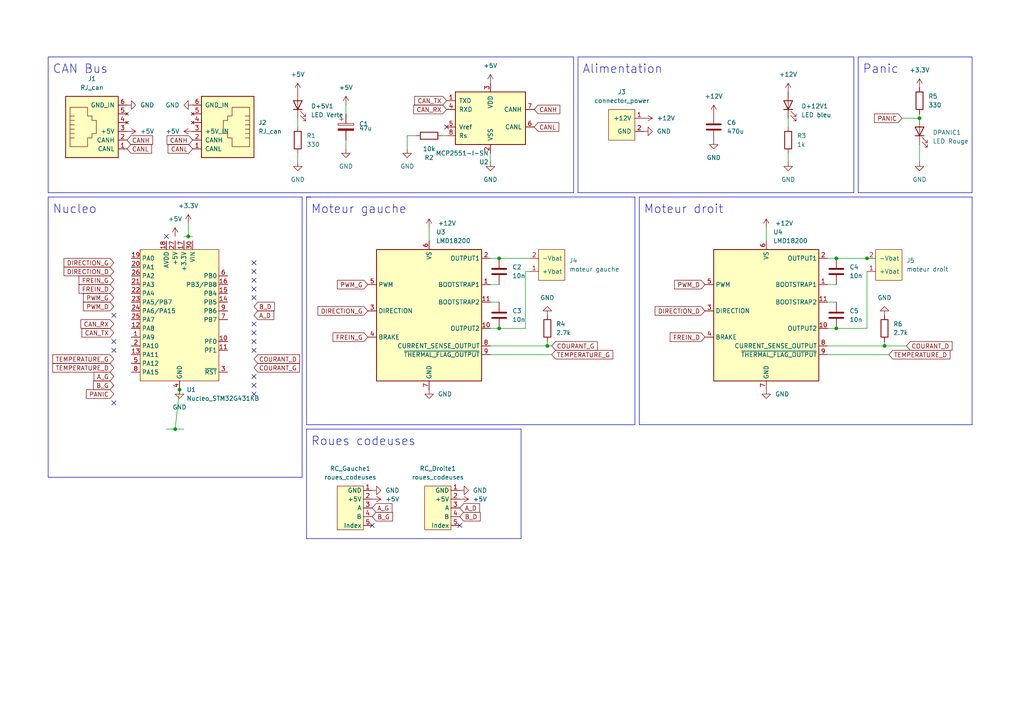
<source format=kicad_sch>
(kicad_sch (version 20230121) (generator eeschema)
  (paper "A4")
  (lib_symbols
    (symbol "Device:C" (pin_numbers hide) (pin_names (offset 0.254))
      (property "Reference" "C" (at 0.635 2.54 0))
      (property "Value" "C" (at 0.635 -2.54 0))
      (symbol "C_0_1"
        (polyline (pts (xy -2.032 -0.762) (xy 2.032 -0.762)) (stroke (width 0.508)))
        (polyline (pts (xy -2.032 0.762) (xy 2.032 0.762)) (stroke (width 0.508)))
      )
      (symbol "C_1_1"
        (pin passive line (at 0 3.81 270) (length 2.794) (name "~") (number "1"))
        (pin passive line (at 0 -3.81 90) (length 2.794) (name "~") (number "2"))
      )
    )
    (symbol "Device:C_Polarized" (pin_numbers hide) (pin_names (offset 0.254))
      (property "Reference" "C" (at 0.635 2.54 0))
      (property "Value" "C_Polarized" (at 0.635 -2.54 0))
      (symbol "C_Polarized_0_1"
        (rectangle (start -2.286 0.508) (end 2.286 1.016))
        (polyline (pts (xy -1.778 2.286) (xy -0.762 2.286)))
        (polyline (pts (xy -1.27 2.794) (xy -1.27 1.778)))
        (rectangle (start 2.286 -0.508) (end -2.286 -1.016) (fill (type outline)))
      )
      (symbol "C_Polarized_1_1"
        (pin passive line (at 0 3.81 270) (length 2.794) (name "~") (number "1"))
        (pin passive line (at 0 -3.81 90) (length 2.794) (name "~") (number "2"))
      )
    )
    (symbol "Device:LED" (pin_numbers hide) (pin_names (offset 1.016) hide)
      (property "Reference" "D" (at 0 2.54 0))
      (property "Value" "LED" (at 0 -2.54 0))
      (symbol "LED_0_1"
        (polyline (pts (xy -1.27 -1.27) (xy -1.27 1.27)) (stroke (width 0.254)))
        (polyline (pts (xy -1.27 0) (xy 1.27 0)))
        (polyline (pts (xy 1.27 -1.27) (xy 1.27 1.27) (xy -1.27 0) (xy 1.27 -1.27)) (stroke (width 0.254)))
        (polyline (pts (xy -3.048 -0.762) (xy -4.572 -2.286) (xy -3.81 -2.286) (xy -4.572 -2.286) (xy -4.572 -1.524)))
        (polyline (pts (xy -1.778 -0.762) (xy -3.302 -2.286) (xy -2.54 -2.286) (xy -3.302 -2.286) (xy -3.302 -1.524)))
      )
      (symbol "LED_1_1"
        (pin passive line (at -3.81 0 0) (length 2.54) (name "K") (number "1"))
        (pin passive line (at 3.81 0 180) (length 2.54) (name "A") (number "2"))
      )
    )
    (symbol "Device:R" (pin_numbers hide) (pin_names (offset 0))
      (property "Reference" "R" (at 2.032 0 90))
      (property "Value" "R" (at 0 0 90))
      (symbol "R_0_1"
        (rectangle (start -1.016 -2.54) (end 1.016 2.54) (stroke (width 0.254)))
      )
      (symbol "R_1_1"
        (pin passive line (at 0 3.81 270) (length 1.27) (name "~") (number "1"))
        (pin passive line (at 0 -3.81 90) (length 1.27) (name "~") (number "2"))
      )
    )
    (symbol "Driver_Motor:LMD18200"
      (property "Reference" "U" (at -12.7 19.05 0))
      (property "Value" "LMD18200" (at 15.24 19.05 0))
      (symbol "LMD18200_0_1"
        (rectangle (start -15.24 -20.32) (end 15.24 17.78) (stroke (width 0.254)) (fill (type background)))
      )
      (symbol "LMD18200_1_1"
        (pin passive line (at 17.78 7.62 180) (length 2.54) (name "BOOTSTRAP1") (number "1"))
        (pin output line (at 17.78 -5.08 180) (length 2.54) (name "OUTPUT2") (number "10"))
        (pin passive line (at 17.78 2.54 180) (length 2.54) (name "BOOTSTRAP2") (number "11"))
        (pin output line (at 17.78 15.24 180) (length 2.54) (name "OUTPUT1") (number "2"))
        (pin input line (at -17.78 0 0) (length 2.54) (name "DIRECTION") (number "3"))
        (pin input line (at -17.78 -7.62 0) (length 2.54) (name "BRAKE") (number "4"))
        (pin input line (at -17.78 7.62 0) (length 2.54) (name "PWM") (number "5"))
        (pin power_in line (at 0 20.32 270) (length 2.54) (name "VS") (number "6"))
        (pin power_in line (at 0 -22.86 90) (length 2.54) (name "GND") (number "7"))
        (pin output line (at 17.78 -10.16 180) (length 2.54) (name "CURRENT_SENSE_OUTPUT") (number "8"))
        (pin open_collector line (at 17.78 -12.7 180) (length 2.54) (name "~{THERMAL_FLAG_OUTPUT}") (number "9"))
      )
    )
    (symbol "Interface_CAN_LIN:MCP2551-I-SN" (pin_names (offset 1.016))
      (property "Reference" "U" (at -10.16 8.89 0))
      (property "Value" "MCP2551-I-SN" (at 2.54 8.89 0))
      (symbol "MCP2551-I-SN_0_1"
        (rectangle (start -10.16 7.62) (end 10.16 -7.62) (stroke (width 0.254)) (fill (type background)))
      )
      (symbol "MCP2551-I-SN_1_1"
        (pin input line (at -12.7 5.08 0) (length 2.54) (name "TXD") (number "1"))
        (pin power_in line (at 0 -10.16 90) (length 2.54) (name "VSS") (number "2"))
        (pin power_in line (at 0 10.16 270) (length 2.54) (name "VDD") (number "3"))
        (pin output line (at -12.7 2.54 0) (length 2.54) (name "RXD") (number "4"))
        (pin power_out line (at -12.7 -2.54 0) (length 2.54) (name "Vref") (number "5"))
        (pin bidirectional line (at 12.7 -2.54 180) (length 2.54) (name "CANL") (number "6"))
        (pin bidirectional line (at 12.7 2.54 180) (length 2.54) (name "CANH") (number "7"))
        (pin input line (at -12.7 -5.08 0) (length 2.54) (name "Rs") (number "8"))
      )
    )
    (symbol "Robot:Nucleo_STM32G431KB"
      (property "Reference" "U" (at 16.51 21.59 0))
      (property "Value" "Nucleo_STM32G431KB" (at 22.86 19.05 0))
      (symbol "Nucleo_STM32G431KB_0_1"
        (rectangle (start -11.43 19.05) (end 11.43 -19.05) (fill (type background)))
      )
      (symbol "Nucleo_STM32G431KB_1_1"
        (pin bidirectional line (at -13.97 -6.35 0) (length 2.54) (name "PA9") (number "1"))
        (pin bidirectional line (at 13.97 -7.62 180) (length 2.54) (name "PF0") (number "10"))
        (pin bidirectional line (at 13.97 -10.16 180) (length 2.54) (name "PF1") (number "11"))
        (pin bidirectional line (at -13.97 -3.81 0) (length 2.54) (name "PA8") (number "12"))
        (pin bidirectional line (at -13.97 -11.43 0) (length 2.54) (name "PA11") (number "13"))
        (pin bidirectional line (at 13.97 3.81 180) (length 2.54) (name "PB5") (number "14"))
        (pin bidirectional line (at 13.97 6.35 180) (length 2.54) (name "PB4") (number "15"))
        (pin bidirectional line (at 13.97 8.89 180) (length 2.54) (name "PB3/PB8") (number "16"))
        (pin power_in line (at 1.27 21.59 270) (length 2.54) (name "+3.3V") (number "17"))
        (pin power_in line (at -3.81 21.59 270) (length 2.54) (name "AVDD") (number "18"))
        (pin bidirectional line (at -13.97 16.51 0) (length 2.54) (name "PA0") (number "19"))
        (pin bidirectional line (at -13.97 -8.89 0) (length 2.54) (name "PA10") (number "2"))
        (pin bidirectional line (at -13.97 13.97 0) (length 2.54) (name "PA1") (number "20"))
        (pin bidirectional line (at -13.97 8.89 0) (length 2.54) (name "PA3") (number "21"))
        (pin bidirectional line (at -13.97 6.35 0) (length 2.54) (name "PA4") (number "22"))
        (pin bidirectional line (at -13.97 3.81 0) (length 2.54) (name "PA5/PB7") (number "23"))
        (pin bidirectional line (at -13.97 1.27 0) (length 2.54) (name "PA6/PA15") (number "24"))
        (pin bidirectional line (at -13.97 -1.27 0) (length 2.54) (name "PA7") (number "25"))
        (pin bidirectional line (at -13.97 11.43 0) (length 2.54) (name "PA2") (number "26"))
        (pin power_in line (at -1.27 21.59 270) (length 2.54) (name "+5V") (number "27"))
        (pin passive line (at 13.97 -16.51 180) (length 2.54) hide (name "~{RST}") (number "28"))
        (pin passive line (at 0 -21.59 90) (length 2.54) hide (name "GND") (number "29"))
        (pin bidirectional line (at 13.97 -16.51 180) (length 2.54) (name "~{RST}") (number "3"))
        (pin power_in line (at 3.81 21.59 270) (length 2.54) (name "VIN") (number "30"))
        (pin power_in line (at 0 -21.59 90) (length 2.54) (name "GND") (number "4"))
        (pin bidirectional line (at -13.97 -13.97 0) (length 2.54) (name "PA12") (number "5"))
        (pin bidirectional line (at 13.97 11.43 180) (length 2.54) (name "PB0") (number "6"))
        (pin bidirectional line (at 13.97 -1.27 180) (length 2.54) (name "PB7") (number "7"))
        (pin bidirectional line (at -13.97 -16.51 0) (length 2.54) (name "PA15") (number "8"))
        (pin bidirectional line (at 13.97 1.27 180) (length 2.54) (name "PB6") (number "9"))
      )
    )
    (symbol "Robot:RJ_can" (pin_names (offset 1.016))
      (property "Reference" "J1" (at 0 15.24 0))
      (property "Value" "RJ_can" (at 0 12.7 0))
      (symbol "RJ_can_0_1"
        (polyline (pts (xy -6.35 -1.905) (xy -5.08 -1.905) (xy -5.08 -1.905)))
        (polyline (pts (xy -6.35 -0.635) (xy -5.08 -0.635) (xy -5.08 -0.635)))
        (polyline (pts (xy -6.35 0.635) (xy -5.08 0.635) (xy -5.08 0.635)))
        (polyline (pts (xy -6.35 1.905) (xy -5.08 1.905) (xy -5.08 1.905)))
        (polyline (pts (xy -6.35 3.175) (xy -5.08 3.175) (xy -5.08 3.175)))
        (polyline (pts (xy -5.08 4.445) (xy -6.35 4.445) (xy -6.35 4.445)))
        (polyline (pts (xy -6.35 -4.445) (xy -6.35 6.985) (xy -1.27 6.985) (xy -1.27 4.445) (xy 0 4.445) (xy 0 3.175) (xy 1.27 3.175) (xy 1.27 -0.635) (xy 0 -0.635) (xy 0 -1.905) (xy -1.27 -1.905) (xy -1.27 -4.445) (xy -6.35 -4.445) (xy -6.35 -4.445)))
        (rectangle (start 7.62 10.16) (end -7.62 -7.62) (stroke (width 0.254)) (fill (type background)))
      )
      (symbol "RJ_can_1_1"
        (pin bidirectional line (at 10.16 -5.08 180) (length 2.54) (name "CANL") (number "1"))
        (pin passive line (at 10.16 -2.54 180) (length 2.54) (name "CANH") (number "2"))
        (pin power_out line (at 10.16 0 180) (length 2.54) (name "+5V") (number "3") (alternate "+5V_IN" power_in line))
        (pin no_connect line (at 10.16 2.54 180) (length 2.54) (name "") (number "4"))
        (pin no_connect line (at 10.16 5.08 180) (length 2.54) (name "~") (number "5"))
        (pin power_out line (at 10.16 7.62 180) (length 2.54) (name "GND") (number "6") (alternate "GND_IN" power_in line))
      )
    )
    (symbol "Robot:connector_battery" (pin_names (offset 1))
      (property "Reference" "J" (at 0 0 0))
      (property "Value" "connector_battery" (at 0 1.905 0))
      (symbol "connector_battery_0_1"
        (rectangle (start -6.35 -1.27) (end 1.27 -10.16) (fill (type background)))
      )
      (symbol "connector_battery_1_1"
        (pin power_out line (at 3.81 -3.81 180) (length 2.54) (name "+Vbat") (number "1"))
        (pin power_out line (at 3.81 -7.62 180) (length 2.54) (name "-Vbat") (number "2"))
      )
    )
    (symbol "Robot:connector_power" (pin_names (offset 1))
      (property "Reference" "J" (at 0 0 0))
      (property "Value" "connector_power" (at 0 1.905 0))
      (symbol "connector_power_0_1"
        (rectangle (start -6.35 -1.27) (end 1.27 -10.16) (fill (type background)))
      )
      (symbol "connector_power_1_1"
        (pin power_out line (at 3.81 -3.81 180) (length 2.54) (name "+12V") (number "1"))
        (pin power_out line (at 3.81 -7.62 180) (length 2.54) (name "GND") (number "2"))
      )
    )
    (symbol "Robot:roues_codeuses"
      (property "Reference" "RC_Gauche1" (at -6.35 3.81 0))
      (property "Value" "roues_codeuses" (at -6.35 1.27 0))
      (symbol "roues_codeuses_0_1"
        (rectangle (start -2.54 -1.27) (end -10.16 -13.97) (fill (type background)))
      )
      (symbol "roues_codeuses_1_1"
        (pin power_in line (at 0 -2.54 180) (length 2.54) (name "GND") (number "1"))
        (pin power_in line (at 0 -5.08 180) (length 2.54) (name "+5V") (number "2"))
        (pin output line (at 0 -7.62 180) (length 2.54) (name "A") (number "3"))
        (pin output line (at 0 -10.16 180) (length 2.54) (name "B") (number "4"))
        (pin output line (at 0 -12.7 180) (length 2.54) (name "Index") (number "5"))
      )
    )
    (symbol "power:+12V" (power) (pin_names (offset 0))
      (property "Value" "+12V" (at 0 3.556 0))
      (symbol "+12V_0_1"
        (polyline (pts (xy -0.762 1.27) (xy 0 2.54)))
        (polyline (pts (xy 0 0) (xy 0 2.54)))
        (polyline (pts (xy 0 2.54) (xy 0.762 1.27)))
      )
      (symbol "+12V_1_1"
        (pin power_in line (at 0 0 90) (length 0) hide (name "+12V") (number "1"))
      )
    )
    (symbol "power:+3.3V" (power) (pin_names (offset 0))
      (property "Value" "+3.3V" (at 0 3.556 0))
      (symbol "+3.3V_0_1"
        (polyline (pts (xy -0.762 1.27) (xy 0 2.54)))
        (polyline (pts (xy 0 0) (xy 0 2.54)))
        (polyline (pts (xy 0 2.54) (xy 0.762 1.27)))
      )
      (symbol "+3.3V_1_1"
        (pin power_in line (at 0 0 90) (length 0) hide (name "+3.3V") (number "1"))
      )
    )
    (symbol "power:+5V" (power) (pin_names (offset 0))
      (property "Value" "+5V" (at 0 3.556 0))
      (symbol "+5V_0_1"
        (polyline (pts (xy -0.762 1.27) (xy 0 2.54)))
        (polyline (pts (xy 0 0) (xy 0 2.54)))
        (polyline (pts (xy 0 2.54) (xy 0.762 1.27)))
      )
      (symbol "+5V_1_1"
        (pin power_in line (at 0 0 90) (length 0) hide (name "+5V") (number "1"))
      )
    )
    (symbol "power:GND" (power) (pin_names (offset 0))
      (property "Value" "GND" (at 0 -3.81 0))
      (symbol "GND_0_1"
        (polyline (pts (xy 0 0) (xy 0 -1.27) (xy 1.27 -1.27) (xy 0 -2.54) (xy -1.27 -1.27) (xy 0 -1.27)))
      )
      (symbol "GND_1_1"
        (pin power_in line (at 0 0 270) (length 0) hide (name "GND") (number "1"))
      )
    )
    (symbol "roues_codeuses_1"
      (property "Reference" "RC_Gauche1" (at -6.35 3.81 0))
      (property "Value" "roues_codeuses" (at -6.35 1.27 0))
      (symbol "roues_codeuses_1_0_1"
        (rectangle (start -2.54 -1.27) (end -10.16 -13.97) (fill (type background)))
      )
      (symbol "roues_codeuses_1_1_1"
        (pin power_in line (at 0 -2.54 180) (length 2.54) (name "GND") (number "1"))
        (pin power_in line (at 0 -5.08 180) (length 2.54) (name "+5V") (number "2"))
        (pin output line (at 0 -7.62 180) (length 2.54) (name "A") (number "3"))
        (pin output line (at 0 -10.16 180) (length 2.54) (name "B") (number "4"))
        (pin output line (at 0 -12.7 180) (length 2.54) (name "Index") (number "5"))
      )
    )
  )
  (junction (at 54.61 68.58))
  (junction (at 144.78 74.93))
  (junction (at 256.54 100.33))
  (junction (at 144.78 95.25))
  (junction (at 52.07 113.03))
  (junction (at 251.46 74.93))
  (junction (at 266.7 34.29))
  (junction (at 158.75 100.33))
  (junction (at 242.57 95.25))
  (junction (at 242.57 74.93))
  (junction (at 50.8 124.46))
  (no_connect (at 33.02 99.06))
  (no_connect (at 73.66 76.2))
  (no_connect (at 73.66 96.52))
  (no_connect (at 73.66 93.98))
  (no_connect (at 73.66 114.3))
  (no_connect (at 73.66 111.76))
  (no_connect (at 73.66 109.22))
  (no_connect (at 73.66 101.6))
  (no_connect (at 73.66 99.06))
  (no_connect (at 73.66 78.74))
  (no_connect (at 73.66 83.82))
  (no_connect (at 73.66 81.28))
  (no_connect (at 73.66 86.36))
  (no_connect (at 33.02 116.84))
  (no_connect (at 129.54 36.83))
  (no_connect (at 48.26 68.58))
  (no_connect (at 33.02 101.6))
  (no_connect (at 107.95 152.4))
  (no_connect (at 133.35 152.4))
  (no_connect (at 33.02 91.44))
  (polyline (pts (xy 166.37 55.88) (xy 13.97 55.88)))
  (polyline (pts (xy 167.64 16.51) (xy 167.64 55.88)))
  (polyline (pts (xy 87.63 138.43) (xy 13.97 138.43)))
  (wire (pts (xy 50.8 124.46) (xy 53.34 124.46)))
  (wire (pts (xy 118.11 43.18) (xy 118.11 39.37)))
  (polyline (pts (xy 13.97 16.51) (xy 13.97 55.88)))
  (wire (pts (xy 152.4 95.25) (xy 152.4 78.74)))
  (polyline (pts (xy 88.9 124.46) (xy 88.9 156.21)))
  (wire (pts (xy 142.24 74.93) (xy 144.78 74.93)))
  (wire (pts (xy 152.4 78.74) (xy 153.67 78.74)))
  (wire (pts (xy 240.03 100.33) (xy 256.54 100.33)))
  (polyline (pts (xy 167.64 16.51) (xy 247.65 16.51)))
  (wire (pts (xy 251.46 95.25) (xy 242.57 95.25)))
  (wire (pts (xy 257.81 102.87) (xy 240.03 102.87)))
  (wire (pts (xy 240.03 82.55) (xy 242.57 82.55)))
  (wire (pts (xy 86.36 44.45) (xy 86.36 46.99)))
  (polyline (pts (xy 281.94 57.15) (xy 281.94 123.19)))
  (polyline (pts (xy 151.13 156.21) (xy 151.13 124.46)))
  (wire (pts (xy 251.46 74.93) (xy 254 74.93)))
  (polyline (pts (xy 184.15 57.15) (xy 184.15 123.19)))
  (polyline (pts (xy 185.42 123.19) (xy 185.42 57.15)))
  (polyline (pts (xy 13.97 57.15) (xy 87.63 57.15)))
  (polyline (pts (xy 247.65 55.88) (xy 167.64 55.88)))
  (wire (pts (xy 124.46 66.04) (xy 124.46 69.85)))
  (wire (pts (xy 160.02 100.33) (xy 158.75 100.33)))
  (wire (pts (xy 100.33 30.48) (xy 100.33 33.02)))
  (wire (pts (xy 228.6 44.45) (xy 228.6 46.99)))
  (polyline (pts (xy 247.65 16.51) (xy 247.65 55.88)))
  (polyline (pts (xy 13.97 16.51) (xy 166.37 16.51)))
  (polyline (pts (xy 88.9 124.46) (xy 151.13 124.46)))
  (polyline (pts (xy 281.94 123.19) (xy 185.42 123.19)))
  (wire (pts (xy 118.11 39.37) (xy 120.65 39.37)))
  (polyline (pts (xy 87.63 57.15) (xy 87.63 138.43)))
  (wire (pts (xy 144.78 74.93) (xy 153.67 74.93)))
  (wire (pts (xy 54.61 64.77) (xy 54.61 68.58)))
  (wire (pts (xy 222.25 66.04) (xy 222.25 69.85)))
  (wire (pts (xy 256.54 100.33) (xy 262.89 100.33)))
  (wire (pts (xy 48.26 124.46) (xy 50.8 124.46)))
  (polyline (pts (xy 281.94 55.88) (xy 248.92 55.88)))
  (wire (pts (xy 142.24 87.63) (xy 144.78 87.63)))
  (wire (pts (xy 142.24 100.33) (xy 158.75 100.33)))
  (wire (pts (xy 240.03 95.25) (xy 242.57 95.25)))
  (polyline (pts (xy 13.97 57.15) (xy 13.97 138.43)))
  (wire (pts (xy 54.61 68.58) (xy 55.88 68.58)))
  (wire (pts (xy 142.24 82.55) (xy 144.78 82.55)))
  (wire (pts (xy 251.46 74.93) (xy 242.57 74.93)))
  (wire (pts (xy 160.02 102.87) (xy 142.24 102.87)))
  (polyline (pts (xy 184.15 123.19) (xy 88.9 123.19)))
  (polyline (pts (xy 88.9 156.21) (xy 151.13 156.21)))
  (wire (pts (xy 240.03 87.63) (xy 242.57 87.63)))
  (wire (pts (xy 100.33 40.64) (xy 100.33 43.18)))
  (wire (pts (xy 256.54 100.33) (xy 256.54 99.06)))
  (polyline (pts (xy 248.92 16.51) (xy 281.94 16.51)))
  (polyline (pts (xy 88.9 123.19) (xy 88.9 57.15)))
  (polyline (pts (xy 88.9 57.15) (xy 90.17 57.15)))
  (wire (pts (xy 142.24 46.99) (xy 142.24 44.45)))
  (wire (pts (xy 142.24 95.25) (xy 144.78 95.25)))
  (wire (pts (xy 158.75 100.33) (xy 158.75 99.06)))
  (wire (pts (xy 251.46 78.74) (xy 251.46 95.25)))
  (wire (pts (xy 266.7 41.91) (xy 266.7 46.99)))
  (wire (pts (xy 240.03 74.93) (xy 242.57 74.93)))
  (wire (pts (xy 261.62 34.29) (xy 266.7 34.29)))
  (wire (pts (xy 266.7 33.02) (xy 266.7 34.29)))
  (polyline (pts (xy 88.9 57.15) (xy 184.15 57.15)))
  (wire (pts (xy 228.6 34.29) (xy 228.6 36.83)))
  (polyline (pts (xy 166.37 16.51) (xy 166.37 55.88)))
  (wire (pts (xy 53.34 68.58) (xy 54.61 68.58)))
  (wire (pts (xy 128.27 39.37) (xy 129.54 39.37)))
  (wire (pts (xy 86.36 34.29) (xy 86.36 36.83)))
  (polyline (pts (xy 281.94 16.51) (xy 281.94 55.88)))
  (polyline (pts (xy 185.42 57.15) (xy 281.94 57.15)))
  (wire (pts (xy 152.4 95.25) (xy 144.78 95.25)))
  (polyline (pts (xy 248.92 16.51) (xy 248.92 55.88)))
  (wire (pts (xy 50.8 124.46) (xy 52.07 113.03)))
  (text "Panic" (at 250.19 21.59 0) (effects (font (size 2.49 2.49)) (justify left bottom)))
  (text "Alimentation" (at 168.91 21.59 0) (effects (font (size 2.49 2.49)) (justify left bottom)))
  (text "CAN Bus" (at 15.24 21.59 0) (effects (font (size 2.49 2.49)) (justify left bottom)))
  (text "Moteur droit" (at 186.69 62.23 0) (effects (font (size 2.49 2.49)) (justify left bottom)))
  (text "Roues codeuses" (at 90.17 129.54 0) (effects (font (size 2.49 2.49)) (justify left bottom)))
  (text "Moteur gauche" (at 90.17 62.23 0) (effects (font (size 2.49 2.49)) (justify left bottom)))
  (text "Nucleo" (at 15.24 62.23 0) (effects (font (size 2.49 2.49)) (justify left bottom)))
  (global_label "FREIN_G" (shape input) (at 106.68 97.79 180) (property "Intersheetrefs" "${INTERSHEET_REFS}" (effects hide)) (property "Références Inter-Feuilles" "${INTERSHEET_REFS}" (effects hide)))
  (global_label "COURANT_G" (shape input) (at 160.02 100.33 0) (property "Intersheetrefs" "${INTERSHEET_REFS}" (effects hide)) (property "Références Inter-Feuilles" "${INTERSHEET_REFS}" (effects hide)))
  (global_label "CANL" (shape input) (at 154.94 36.83 0) (property "Intersheetrefs" "${INTERSHEET_REFS}" (effects hide)) (property "Références Inter-Feuilles" "${INTERSHEET_REFS}" (effects hide)))
  (global_label "A_G" (shape input) (at 107.95 147.32 0) (property "Intersheetrefs" "${INTERSHEET_REFS}" (effects hide)) (property "Références Inter-Feuilles" "${INTERSHEET_REFS}" (effects hide)))
  (global_label "CANH" (shape input) (at 55.88 40.64 180) (property "Intersheetrefs" "${INTERSHEET_REFS}" (effects hide)) (property "Références Inter-Feuilles" "${INTERSHEET_REFS}" (effects hide)))
  (global_label "TEMPERATURE_D" (shape input) (at 257.81 102.87 0) (property "Intersheetrefs" "${INTERSHEET_REFS}" (effects hide)) (property "Références Inter-Feuilles" "${INTERSHEET_REFS}" (effects hide)))
  (global_label "PANIC" (shape input) (at 33.02 114.3 180) (property "Intersheetrefs" "${INTERSHEET_REFS}" (effects hide)))
  (global_label "CAN_RX" (shape input) (at 129.54 31.75 180) (property "Intersheetrefs" "${INTERSHEET_REFS}" (effects hide)) (property "Références Inter-Feuilles" "${INTERSHEET_REFS}" (effects hide)))
  (global_label "CANL" (shape input) (at 55.88 43.18 180) (property "Intersheetrefs" "${INTERSHEET_REFS}" (effects hide)) (property "Références Inter-Feuilles" "${INTERSHEET_REFS}" (effects hide)))
  (global_label "B_D" (shape input) (at 133.35 149.86 0) (property "Intersheetrefs" "${INTERSHEET_REFS}" (effects hide)) (property "Références Inter-Feuilles" "${INTERSHEET_REFS}" (effects hide)))
  (global_label "B_D" (shape input) (at 73.66 88.9 0) (property "Intersheetrefs" "${INTERSHEET_REFS}" (effects hide)) (property "Références Inter-Feuilles" "${INTERSHEET_REFS}" (effects hide)))
  (global_label "CAN_TX" (shape input) (at 33.02 96.52 180) (property "Intersheetrefs" "${INTERSHEET_REFS}" (effects hide)) (property "Références Inter-Feuilles" "${INTERSHEET_REFS}" (effects hide)))
  (global_label "CANL" (shape input) (at 36.83 43.18 0) (property "Intersheetrefs" "${INTERSHEET_REFS}" (effects hide)) (property "Références Inter-Feuilles" "${INTERSHEET_REFS}" (effects hide)))
  (global_label "PWM_G" (shape input) (at 106.68 82.55 180) (property "Intersheetrefs" "${INTERSHEET_REFS}" (effects hide)) (property "Références Inter-Feuilles" "${INTERSHEET_REFS}" (effects hide)))
  (global_label "B_G" (shape input) (at 33.02 111.76 180) (property "Intersheetrefs" "${INTERSHEET_REFS}" (effects hide)) (property "Références Inter-Feuilles" "${INTERSHEET_REFS}" (effects hide)))
  (global_label "DIRECTION_G" (shape input) (at 106.68 90.17 180) (property "Intersheetrefs" "${INTERSHEET_REFS}" (effects hide)) (property "Références Inter-Feuilles" "${INTERSHEET_REFS}" (effects hide)))
  (global_label "CANH" (shape input) (at 36.83 40.64 0) (property "Intersheetrefs" "${INTERSHEET_REFS}" (effects hide)) (property "Références Inter-Feuilles" "${INTERSHEET_REFS}" (effects hide)))
  (global_label "TEMPERATURE_D" (shape input) (at 33.02 106.68 180) (property "Intersheetrefs" "${INTERSHEET_REFS}" (effects hide)) (property "Références Inter-Feuilles" "${INTERSHEET_REFS}" (effects hide)))
  (global_label "FREIN_D" (shape input) (at 33.02 83.82 180) (property "Intersheetrefs" "${INTERSHEET_REFS}" (effects hide)) (property "Références Inter-Feuilles" "${INTERSHEET_REFS}" (effects hide)))
  (global_label "COURANT_G" (shape input) (at 73.66 106.68 0) (property "Intersheetrefs" "${INTERSHEET_REFS}" (effects hide)) (property "Références Inter-Feuilles" "${INTERSHEET_REFS}" (effects hide)))
  (global_label "PWM_G" (shape input) (at 33.02 86.36 180) (property "Intersheetrefs" "${INTERSHEET_REFS}" (effects hide)) (property "Références Inter-Feuilles" "${INTERSHEET_REFS}" (effects hide)))
  (global_label "PWM_D" (shape input) (at 33.02 88.9 180) (property "Intersheetrefs" "${INTERSHEET_REFS}" (effects hide)) (property "Références Inter-Feuilles" "${INTERSHEET_REFS}" (effects hide)))
  (global_label "DIRECTION_D" (shape input) (at 33.02 78.74 180) (property "Intersheetrefs" "${INTERSHEET_REFS}" (effects hide)) (property "Références Inter-Feuilles" "${INTERSHEET_REFS}" (effects hide)))
  (global_label "PANIC" (shape input) (at 261.62 34.29 180) (property "Intersheetrefs" "${INTERSHEET_REFS}" (effects hide)))
  (global_label "COURANT_D" (shape input) (at 262.89 100.33 0) (property "Intersheetrefs" "${INTERSHEET_REFS}" (effects hide)) (property "Références Inter-Feuilles" "${INTERSHEET_REFS}" (effects hide)))
  (global_label "TEMPERATURE_G" (shape input) (at 33.02 104.14 180) (property "Intersheetrefs" "${INTERSHEET_REFS}" (effects hide)) (property "Références Inter-Feuilles" "${INTERSHEET_REFS}" (effects hide)))
  (global_label "COURANT_D" (shape input) (at 73.66 104.14 0) (property "Intersheetrefs" "${INTERSHEET_REFS}" (effects hide)) (property "Références Inter-Feuilles" "${INTERSHEET_REFS}" (effects hide)))
  (global_label "CAN_RX" (shape input) (at 33.02 93.98 180) (property "Intersheetrefs" "${INTERSHEET_REFS}" (effects hide)) (property "Références Inter-Feuilles" "${INTERSHEET_REFS}" (effects hide)))
  (global_label "CAN_TX" (shape input) (at 129.54 29.21 180) (property "Intersheetrefs" "${INTERSHEET_REFS}" (effects hide)) (property "Références Inter-Feuilles" "${INTERSHEET_REFS}" (effects hide)))
  (global_label "PWM_D" (shape input) (at 204.47 82.55 180) (property "Intersheetrefs" "${INTERSHEET_REFS}" (effects hide)) (property "Références Inter-Feuilles" "${INTERSHEET_REFS}" (effects hide)))
  (global_label "B_G" (shape input) (at 107.95 149.86 0) (property "Intersheetrefs" "${INTERSHEET_REFS}" (effects hide)) (property "Références Inter-Feuilles" "${INTERSHEET_REFS}" (effects hide)))
  (global_label "FREIN_G" (shape input) (at 33.02 81.28 180) (property "Intersheetrefs" "${INTERSHEET_REFS}" (effects hide)) (property "Références Inter-Feuilles" "${INTERSHEET_REFS}" (effects hide)))
  (global_label "TEMPERATURE_G" (shape input) (at 160.02 102.87 0) (property "Intersheetrefs" "${INTERSHEET_REFS}" (effects hide)) (property "Références Inter-Feuilles" "${INTERSHEET_REFS}" (effects hide)))
  (global_label "CANH" (shape input) (at 154.94 31.75 0) (property "Intersheetrefs" "${INTERSHEET_REFS}" (effects hide)) (property "Références Inter-Feuilles" "${INTERSHEET_REFS}" (effects hide)))
  (global_label "DIRECTION_D" (shape input) (at 204.47 90.17 180) (property "Intersheetrefs" "${INTERSHEET_REFS}" (effects hide)) (property "Références Inter-Feuilles" "${INTERSHEET_REFS}" (effects hide)))
  (global_label "DIRECTION_G" (shape input) (at 33.02 76.2 180) (property "Intersheetrefs" "${INTERSHEET_REFS}" (effects hide)) (property "Références Inter-Feuilles" "${INTERSHEET_REFS}" (effects hide)))
  (global_label "A_G" (shape input) (at 33.02 109.22 180) (property "Intersheetrefs" "${INTERSHEET_REFS}" (effects hide)) (property "Références Inter-Feuilles" "${INTERSHEET_REFS}" (effects hide)))
  (global_label "FREIN_D" (shape input) (at 204.47 97.79 180) (property "Intersheetrefs" "${INTERSHEET_REFS}" (effects hide)) (property "Références Inter-Feuilles" "${INTERSHEET_REFS}" (effects hide)))
  (global_label "A_D" (shape input) (at 73.66 91.44 0) (property "Intersheetrefs" "${INTERSHEET_REFS}" (effects hide)) (property "Références Inter-Feuilles" "${INTERSHEET_REFS}" (effects hide)))
  (global_label "A_D" (shape input) (at 133.35 147.32 0) (property "Intersheetrefs" "${INTERSHEET_REFS}" (effects hide)) (property "Références Inter-Feuilles" "${INTERSHEET_REFS}" (effects hide)))
  (symbol (lib_id "power:GND") (at 107.95 142.24 90) (unit 1)
    (property "Reference" "#PWR020" (effects hide))
    (property "Value" "GND" (at 111.76 142.2399 90) (effects (justify right)))
  )
  (symbol (lib_id "power:GND") (at 52.07 113.03 0) (unit 1)
    (property "Reference" "#PWR04" (effects hide))
    (property "Value" "GND" (at 52.07 118.11 0))
  )
  (symbol (lib_id "power:GND") (at 86.36 46.99 0) (unit 1)
    (property "Reference" "#PWR08" (effects hide))
    (property "Value" "GND" (at 86.36 52.07 0))
  )
  (symbol (lib_id "Device:C") (at 242.57 91.44 0) (unit 1)
    (property "Reference" "C5" (at 246.38 90.1699 0) (effects (justify left)))
    (property "Value" "10n" (at 246.38 92.7099 0) (effects (justify left)))
    (property "Footprint" "Capacitor_SMD:C_0805_2012Metric" (effects hide))
  )
  (symbol (lib_id "Robot:roues_codeuses") (at 133.35 139.7 0) (unit 1)
    (property "Reference" "RC_Droite1" (at 127 135.89 0))
    (property "Value" "roues_codeuses" (at 127 138.43 0))
    (property "Footprint" "Robot:HE14-5-angle" (effects hide))
  )
  (symbol (lib_id "Device:C") (at 144.78 78.74 0) (unit 1)
    (property "Reference" "C2" (at 148.59 77.4699 0) (effects (justify left)))
    (property "Value" "10n" (at 148.59 80.0099 0) (effects (justify left)))
    (property "Footprint" "Capacitor_SMD:C_0805_2012Metric" (effects hide))
  )
  (symbol (lib_id "power:+12V") (at 207.01 33.02 0) (unit 1)
    (property "Reference" "#PWR012" (effects hide))
    (property "Value" "+12V" (at 207.01 27.94 0))
  )
  (symbol (lib_id "Interface_CAN_LIN:MCP2551-I-SN") (at 142.24 34.29 0) (unit 1)
    (property "Reference" "U2" (at 141.7194 46.99 0) (effects (justify right)))
    (property "Value" "MCP2551-I-SN" (at 141.7194 44.45 0) (effects (justify right)))
    (property "Footprint" "Package_SO:SOIC-8_3.9x4.9mm_P1.27mm" (effects hide))
    (property "Datasheet" "http://ww1.microchip.com/downloads/en/devicedoc/21667d.pdf" (effects hide))
  )
  (symbol (lib_id "power:GND") (at 228.6 46.99 0) (unit 1)
    (property "Reference" "#PWR025" (effects hide))
    (property "Value" "GND" (at 228.6 52.07 0))
  )
  (symbol (lib_id "Device:R") (at 124.46 39.37 270) (unit 1)
    (property "Reference" "R2" (at 124.46 45.72 90))
    (property "Value" "10k" (at 124.46 43.18 90))
    (property "Footprint" "Resistor_SMD:R_0805_2012Metric" (effects hide))
  )
  (symbol (lib_id "power:+5V") (at 100.33 30.48 0) (unit 1)
    (property "Reference" "#PWR09" (effects hide))
    (property "Value" "+5V" (at 100.33 25.4 0))
  )
  (symbol (lib_id "Robot:connector_power") (at 182.88 30.48 0) (unit 1)
    (property "Reference" "J3" (at 180.34 26.67 0))
    (property "Value" "connector_power" (at 180.34 29.21 0))
    (property "Footprint" "Robot:WR_TBL_3137_2pins" (effects hide))
  )
  (symbol (lib_id "Robot:connector_battery") (at 255.27 82.55 180) (unit 1)
    (property "Reference" "J5" (at 262.89 75.5649 0) (effects (justify right)))
    (property "Value" "moteur droit" (at 262.89 78.1049 0) (effects (justify right)))
    (property "Footprint" "Robot:WR_TBL_3137_2pins" (effects hide))
  )
  (symbol (lib_id "power:GND") (at 100.33 43.18 0) (unit 1)
    (property "Reference" "#PWR010" (effects hide))
    (property "Value" "GND" (at 100.33 48.26 0))
  )
  (symbol (lib_id "power:+12V") (at 186.69 34.29 270) (unit 1)
    (property "Reference" "#PWR022" (effects hide))
    (property "Value" "+12V" (at 190.5 34.2899 90) (effects (justify left)))
  )
  (symbol (lib_id "Device:R") (at 266.7 29.21 0) (unit 1)
    (property "Reference" "R5" (at 269.24 27.9399 0) (effects (justify left)))
    (property "Value" "330" (at 269.24 30.4799 0) (effects (justify left)))
    (property "Footprint" "Resistor_SMD:R_0805_2012Metric" (effects hide))
  )
  (symbol (lib_id "Device:LED") (at 266.7 38.1 90) (unit 1)
    (property "Reference" "DPANIC1" (at 270.51 38.4174 90) (effects (justify right)))
    (property "Value" "LED Rouge" (at 270.51 40.9574 90) (effects (justify right)))
    (property "Footprint" "LED_SMD:LED_0805_2012Metric" (effects hide))
  )
  (symbol (lib_id "Robot:Nucleo_STM32G431KB") (at 52.07 91.44 0) (unit 1)
    (property "Reference" "U1" (at 54.0894 113.03 0) (effects (justify left)))
    (property "Value" "Nucleo_STM32G431KB" (at 54.0894 115.57 0) (effects (justify left)))
    (property "Footprint" "Robot:Nucleo_STM32G431KB" (effects hide))
  )
  (symbol (lib_id "power:GND") (at 55.88 30.48 270) (unit 1)
    (property "Reference" "#PWR05" (effects hide))
    (property "Value" "GND" (at 52.07 30.4799 90) (effects (justify right)))
  )
  (symbol (lib_id "power:GND") (at 207.01 40.64 0) (unit 1)
    (property "Reference" "#PWR015" (effects hide))
    (property "Value" "GND" (at 207.01 45.72 0))
  )
  (symbol (lib_id "power:GND") (at 266.7 46.99 0) (unit 1)
    (property "Reference" "#PWR0102" (effects hide))
    (property "Value" "GND" (at 266.7 52.07 0))
  )
  (symbol (lib_id "Device:R") (at 86.36 40.64 0) (unit 1)
    (property "Reference" "R1" (at 88.9 39.3699 0) (effects (justify left)))
    (property "Value" "330" (at 88.9 41.9099 0) (effects (justify left)))
    (property "Footprint" "Resistor_SMD:R_0805_2012Metric" (effects hide))
  )
  (symbol (lib_id "power:+3.3V") (at 266.7 25.4 0) (unit 1)
    (property "Reference" "#PWR0101" (effects hide))
    (property "Value" "+3.3V" (at 266.7 20.32 0))
  )
  (symbol (lib_id "power:GND") (at 133.35 142.24 90) (unit 1)
    (property "Reference" "#PWR018" (effects hide))
    (property "Value" "GND" (at 137.16 142.2399 90) (effects (justify right)))
  )
  (symbol (lib_id "Device:C") (at 242.57 78.74 0) (unit 1)
    (property "Reference" "C4" (at 246.38 77.4699 0) (effects (justify left)))
    (property "Value" "10n" (at 246.38 80.0099 0) (effects (justify left)))
    (property "Footprint" "Capacitor_SMD:C_0805_2012Metric" (effects hide))
  )
  (symbol (lib_id "power:+12V") (at 124.46 66.04 0) (unit 1)
    (property "Reference" "#PWR026" (effects hide))
    (property "Value" "+12V" (at 127 64.7699 0) (effects (justify left)))
  )
  (symbol (lib_id "power:GND") (at 36.83 30.48 90) (unit 1)
    (property "Reference" "#PWR01" (effects hide))
    (property "Value" "GND" (at 40.64 30.4799 90) (effects (justify right)))
  )
  (symbol (lib_id "power:GND") (at 256.54 91.44 180) (unit 1)
    (property "Reference" "#PWR?" (effects hide))
    (property "Value" "GND" (at 256.54 86.36 0))
  )
  (symbol (lib_id "Device:R") (at 228.6 40.64 0) (unit 1)
    (property "Reference" "R3" (at 231.14 39.3699 0) (effects (justify left)))
    (property "Value" "1k" (at 231.14 41.9099 0) (effects (justify left)))
    (property "Footprint" "Resistor_SMD:R_0805_2012Metric" (effects hide))
  )
  (symbol (lib_name "roues_codeuses_1") (lib_id "Robot:roues_codeuses") (at 107.95 139.7 0) (unit 1)
    (property "Reference" "RC_Gauche1" (at 101.6 135.89 0))
    (property "Value" "roues_codeuses" (at 101.6 138.43 0))
    (property "Footprint" "Robot:HE14-5-angle" (effects hide))
  )
  (symbol (lib_id "power:GND") (at 222.25 113.03 0) (unit 1)
    (property "Reference" "#PWR014" (effects hide))
    (property "Value" "GND" (at 224.79 114.2999 0) (effects (justify left)))
  )
  (symbol (lib_id "power:+5V") (at 55.88 38.1 90) (unit 1)
    (property "Reference" "#PWR06" (effects hide))
    (property "Value" "+5V" (at 52.07 38.0999 90) (effects (justify left)))
  )
  (symbol (lib_id "power:+5V") (at 86.36 26.67 0) (unit 1)
    (property "Reference" "#PWR07" (effects hide))
    (property "Value" "+5V" (at 86.36 21.59 0))
  )
  (symbol (lib_id "Driver_Motor:LMD18200") (at 222.25 90.17 0) (unit 1)
    (property "Reference" "U4" (at 224.2694 67.31 0) (effects (justify left)))
    (property "Value" "LMD18200" (at 224.2694 69.85 0) (effects (justify left)))
    (property "Footprint" "Package_TO_SOT_THT:TO-220-11_P3.4x5.08mm_StaggerOdd_Lead4.85mm_Vertical" (effects hide))
    (property "Datasheet" "http://www.ti.com/lit/ds/symlink/lmd18200.pdf" (effects hide))
  )
  (symbol (lib_id "Device:LED") (at 228.6 30.48 90) (unit 1)
    (property "Reference" "D+12V1" (at 232.41 30.7974 90) (effects (justify right)))
    (property "Value" "LED bleu" (at 232.41 33.3374 90) (effects (justify right)))
    (property "Footprint" "LED_SMD:LED_0805_2012Metric" (effects hide))
  )
  (symbol (lib_id "power:+12V") (at 222.25 66.04 0) (unit 1)
    (property "Reference" "#PWR013" (effects hide))
    (property "Value" "+12V" (at 224.79 64.7699 0) (effects (justify left)))
  )
  (symbol (lib_id "Device:C") (at 144.78 91.44 0) (unit 1)
    (property "Reference" "C3" (at 148.59 90.1699 0) (effects (justify left)))
    (property "Value" "10n" (at 148.59 92.7099 0) (effects (justify left)))
    (property "Footprint" "Capacitor_SMD:C_0805_2012Metric" (effects hide))
  )
  (symbol (lib_id "power:GND") (at 124.46 113.03 0) (unit 1)
    (property "Reference" "#PWR027" (effects hide))
    (property "Value" "GND" (at 127 114.2999 0) (effects (justify left)))
  )
  (symbol (lib_id "power:+5V") (at 133.35 144.78 270) (unit 1)
    (property "Reference" "#PWR019" (effects hide))
    (property "Value" "+5V" (at 137.16 144.7799 90) (effects (justify left)))
  )
  (symbol (lib_id "Driver_Motor:LMD18200") (at 124.46 90.17 0) (unit 1)
    (property "Reference" "U3" (at 126.4794 67.31 0) (effects (justify left)))
    (property "Value" "LMD18200" (at 126.4794 69.85 0) (effects (justify left)))
    (property "Footprint" "Package_TO_SOT_THT:TO-220-11_P3.4x5.08mm_StaggerOdd_Lead4.85mm_Vertical" (effects hide))
    (property "Datasheet" "http://www.ti.com/lit/ds/symlink/lmd18200.pdf" (effects hide))
  )
  (symbol (lib_id "Robot:RJ_can") (at 66.04 38.1 0) (mirror y) (unit 1)
    (property "Reference" "J2" (at 74.93 35.5599 0) (effects (justify right)))
    (property "Value" "RJ_can" (at 74.93 38.0999 0) (effects (justify right)))
    (property "Footprint" "Robot:RJ12" (effects hide))
    (property "Datasheet" "https://www.notion.so/fb11deb952ea4e10a2e068dc0e72e040" (effects hide))
    (pin "3" (alternate "+5V_IN"))
    (pin "6" (alternate "GND_IN"))
  )
  (symbol (lib_id "power:+5V") (at 36.83 38.1 270) (unit 1)
    (property "Reference" "#PWR02" (effects hide))
    (property "Value" "+5V" (at 40.64 38.0999 90) (effects (justify left)))
  )
  (symbol (lib_id "power:GND") (at 118.11 43.18 0) (unit 1)
    (property "Reference" "#PWR011" (effects hide))
    (property "Value" "GND" (at 118.11 48.26 0))
  )
  (symbol (lib_id "Device:R") (at 256.54 95.25 180) (unit 1)
    (property "Reference" "R6" (at 259.08 93.9799 0) (effects (justify right)))
    (property "Value" "2.7k" (at 259.08 96.5199 0) (effects (justify right)))
    (property "Footprint" "Resistor_SMD:R_0805_2012Metric" (effects hide))
  )
  (symbol (lib_id "Device:C_Polarized") (at 100.33 36.83 0) (unit 1)
    (property "Reference" "C1" (at 104.14 35.9409 0) (effects (justify left)))
    (property "Value" "47u" (at 104.14 37.2109 0) (effects (justify left)))
    (property "Footprint" "Capacitor_THT:CP_Radial_D5.0mm_P2.00mm" (effects hide))
  )
  (symbol (lib_id "power:+3.3V") (at 54.61 64.77 0) (unit 1)
    (property "Reference" "#PWR?" (effects hide))
    (property "Value" "+3.3V" (at 54.61 59.69 0))
  )
  (symbol (lib_id "Robot:RJ_can") (at 26.67 38.1 0) (unit 1)
    (property "Reference" "J1" (at 26.67 22.86 0))
    (property "Value" "RJ_can" (at 26.67 25.4 0))
    (property "Footprint" "Robot:RJ12" (effects hide))
    (property "Datasheet" "https://www.notion.so/fb11deb952ea4e10a2e068dc0e72e040" (effects hide))
    (pin "6" (alternate "GND_IN"))
  )
  (symbol (lib_id "power:+5V") (at 50.8 68.58 0) (unit 1)
    (property "Reference" "#PWR03" (effects hide))
    (property "Value" "+5V" (at 50.8 63.5 0))
  )
  (symbol (lib_id "Device:C") (at 207.01 36.83 0) (unit 1)
    (property "Reference" "C6" (at 210.82 35.5599 0) (effects (justify left)))
    (property "Value" "470u" (at 210.82 38.0999 0) (effects (justify left)))
    (property "Footprint" "Capacitor_THT:CP_Radial_D8.0mm_P3.50mm" (effects hide))
  )
  (symbol (lib_id "power:+5V") (at 107.95 144.78 270) (unit 1)
    (property "Reference" "#PWR021" (effects hide))
    (property "Value" "+5V" (at 111.76 144.7799 90) (effects (justify left)))
  )
  (symbol (lib_id "power:GND") (at 142.24 46.99 0) (unit 1)
    (property "Reference" "#PWR017" (effects hide))
    (property "Value" "GND" (at 142.24 52.07 0))
  )
  (symbol (lib_id "power:GND") (at 186.69 38.1 90) (unit 1)
    (property "Reference" "#PWR023" (effects hide))
    (property "Value" "GND" (at 190.5 38.0999 90) (effects (justify right)))
  )
  (symbol (lib_id "Device:R") (at 158.75 95.25 180) (unit 1)
    (property "Reference" "R4" (at 161.29 93.9799 0) (effects (justify right)))
    (property "Value" "2.7k" (at 161.29 96.5199 0) (effects (justify right)))
    (property "Footprint" "Resistor_SMD:R_0805_2012Metric" (effects hide))
  )
  (symbol (lib_id "power:+12V") (at 228.6 26.67 0) (unit 1)
    (property "Reference" "#PWR024" (effects hide))
    (property "Value" "+12V" (at 228.6 21.59 0))
  )
  (symbol (lib_id "Device:LED") (at 86.36 30.48 90) (unit 1)
    (property "Reference" "D+5V1" (at 90.17 30.7974 90) (effects (justify right)))
    (property "Value" "LED Verte" (at 90.17 33.3374 90) (effects (justify right)))
    (property "Footprint" "LED_SMD:LED_0805_2012Metric" (effects hide))
  )
  (symbol (lib_id "power:GND") (at 158.75 91.44 180) (unit 1)
    (property "Reference" "#PWR?" (effects hide))
    (property "Value" "GND" (at 158.75 86.36 0))
  )
  (symbol (lib_id "Robot:connector_battery") (at 157.48 82.55 180) (unit 1)
    (property "Reference" "J4" (at 165.1 75.5649 0) (effects (justify right)))
    (property "Value" "moteur gauche" (at 165.1 78.1049 0) (effects (justify right)))
    (property "Footprint" "Robot:WR_TBL_3137_2pins" (effects hide))
  )
  (symbol (lib_id "power:+5V") (at 142.24 24.13 0) (unit 1)
    (property "Reference" "#PWR016" (effects hide))
    (property "Value" "+5V" (at 142.24 19.05 0))
  )
)
</source>
